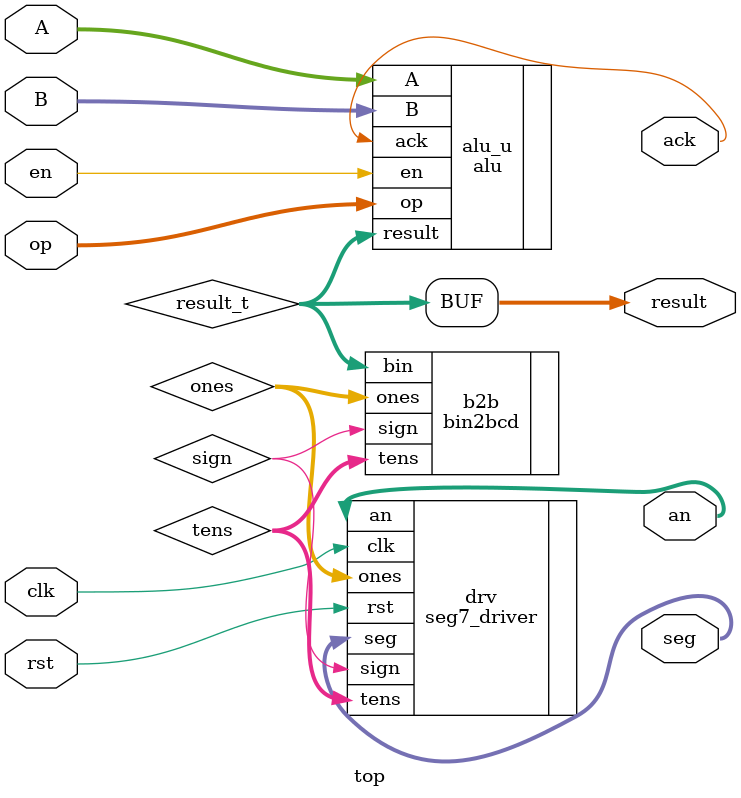
<source format=v>
`timescale 1ns / 1ps


// Top module integrating ALU, BCD conversion, and 7-segment control
module top(
    input  wire clk,
    input  wire rst,
    input  wire en,
    input  wire [3:0] A,
    input  wire [3:0] B,
    input  wire [1:0] op,
    output wire [6:0] seg,
    output wire [3:0] an,
    output wire ack,
    output wire signed [5:0] result
    );

    wire signed [5:0] result_t;
    wire sign; 
    wire [3:0] tens, ones;
    
    alu alu_u(.A(A), .B(B), .op(op), .result(result_t), .en(en), .ack(ack));
    bin2bcd b2b(.bin(result_t), .sign(sign), .tens(tens), .ones(ones));
    seg7_driver drv(.clk(clk), .rst(rst), .sign(sign), .tens(tens), .ones(ones), .an(an), .seg(seg));
    
    assign result = result_t;
    
endmodule


</source>
